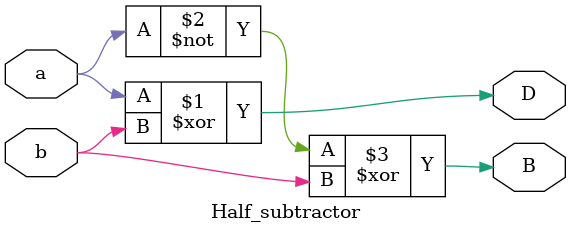
<source format=v>
module Half_subtractor(a,b,B,D);
    input a,b;
    output B,D;
    assign D=a^b;
    assign B=~a^b;
endmodule

</source>
